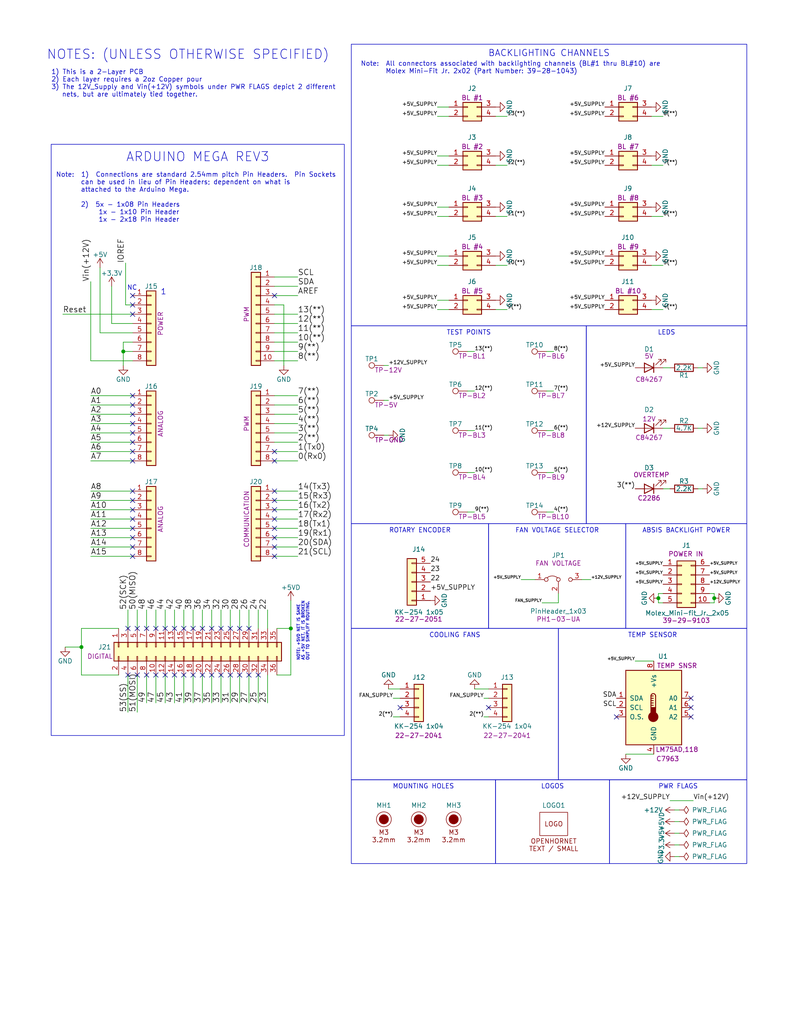
<source format=kicad_sch>
(kicad_sch (version 20230121) (generator eeschema)
  (paper "USLetter" portrait)
  (title_block (title "ABSIS Backlight Controller") (date "2023-05-14") (rev "7") (company "www.openhornet.com") (comment 1 "License:  CC BY-NC-SA") (comment 2 "1:  There are only 2 layers.") (comment 3 "2:  Each layer requires a 2oz copper pour."))
  (junction (at 79.375 171.45))
  (junction (at 194.945 163.195))
  (junction (at 22.225 176.53))
  (junction (at 179.705 163.195))
  (junction (at 33.655 95.885))
  (no_connect (at 47.625 171.45))
  (no_connect (at 50.165 171.45))
  (no_connect (at 45.085 184.15))
  (no_connect (at 74.93 133.985))
  (no_connect (at 57.785 184.15))
  (no_connect (at 74.93 136.525))
  (no_connect (at 36.195 133.985))
  (no_connect (at 47.625 184.15))
  (no_connect (at 60.325 171.45))
  (no_connect (at 188.595 190.5))
  (no_connect (at 65.405 184.15))
  (no_connect (at 55.245 171.45))
  (no_connect (at 74.93 151.765))
  (no_connect (at 62.865 171.45))
  (no_connect (at 188.595 195.58))
  (no_connect (at 36.195 125.73))
  (no_connect (at 50.165 184.15))
  (no_connect (at 168.275 195.58))
  (no_connect (at 36.195 113.03))
  (no_connect (at 37.465 184.15))
  (no_connect (at 45.085 171.45))
  (no_connect (at 36.195 107.95))
  (no_connect (at 74.93 125.73))
  (no_connect (at 36.195 110.49))
  (no_connect (at 36.195 144.145))
  (no_connect (at 109.22 193.04))
  (no_connect (at 188.595 193.04))
  (no_connect (at 40.005 171.45))
  (no_connect (at 36.195 120.65))
  (no_connect (at 36.195 115.57))
  (no_connect (at 62.865 184.15))
  (no_connect (at 65.405 171.45))
  (no_connect (at 74.93 141.605))
  (no_connect (at 34.925 184.15))
  (no_connect (at 36.195 85.725))
  (no_connect (at 60.325 184.15))
  (no_connect (at 36.195 83.185))
  (no_connect (at 36.195 139.065))
  (no_connect (at 57.785 171.45))
  (no_connect (at 36.195 118.11))
  (no_connect (at 70.485 184.15))
  (no_connect (at 74.93 146.685))
  (no_connect (at 67.945 184.15))
  (no_connect (at 42.545 171.45))
  (no_connect (at 36.195 146.685))
  (no_connect (at 36.195 149.225))
  (no_connect (at 74.93 123.19))
  (no_connect (at 37.465 171.45))
  (no_connect (at 52.705 184.15))
  (no_connect (at 55.245 184.15))
  (no_connect (at 36.195 151.765))
  (no_connect (at 74.93 149.225))
  (no_connect (at 74.93 144.145))
  (no_connect (at 34.925 171.45))
  (no_connect (at 74.93 139.065))
  (no_connect (at 36.195 80.645))
  (no_connect (at 36.195 123.19))
  (no_connect (at 74.93 80.645))
  (no_connect (at 40.005 184.15))
  (no_connect (at 42.545 184.15))
  (no_connect (at 133.35 193.04))
  (no_connect (at 52.705 171.45))
  (no_connect (at 36.195 136.525))
  (no_connect (at 36.195 141.605))
  (no_connect (at 67.945 171.45))
  (wire (pts (xy 151.13 117.475) (xy 149.225 117.475)))
  (wire (pts (xy 57.785 171.45) (xy 57.785 166.37)))
  (wire (pts (xy 24.765 125.73) (xy 36.195 125.73)))
  (wire (pts (xy 119.38 72.39) (xy 122.555 72.39)))
  (wire (pts (xy 22.225 176.53) (xy 22.225 184.15)))
  (wire (pts (xy 104.775 99.695) (xy 106.045 99.695)))
  (wire (pts (xy 55.245 171.45) (xy 55.245 166.37)))
  (wire (pts (xy 36.195 118.11) (xy 24.765 118.11)))
  (wire (pts (xy 152.4 164.465) (xy 147.955 164.465)))
  (wire (pts (xy 74.93 146.685) (xy 81.28 146.685)))
  (wire (pts (xy 81.28 123.19) (xy 74.93 123.19)))
  (wire (pts (xy 81.28 144.145) (xy 74.93 144.145)))
  (wire (pts (xy 106.045 109.22) (xy 104.775 109.22)))
  (wire (pts (xy 33.655 95.885) (xy 33.655 99.695)))
  (wire (pts (xy 34.29 83.185) (xy 34.29 71.755)))
  (wire (pts (xy 107.315 190.5) (xy 109.22 190.5)))
  (wire (pts (xy 24.765 110.49) (xy 36.195 110.49)))
  (wire (pts (xy 73.025 184.15) (xy 73.025 191.77)))
  (wire (pts (xy 34.925 184.15) (xy 34.925 194.31)))
  (wire (pts (xy 79.375 184.15) (xy 75.565 184.15)))
  (wire (pts (xy 119.38 31.75) (xy 122.555 31.75)))
  (wire (pts (xy 30.48 88.265) (xy 36.195 88.265)))
  (wire (pts (xy 70.485 171.45) (xy 70.485 166.37)))
  (wire (pts (xy 194.945 164.465) (xy 194.945 163.195)))
  (wire (pts (xy 42.545 171.45) (xy 42.545 166.37)))
  (wire (pts (xy 182.88 116.84) (xy 180.975 116.84)))
  (wire (pts (xy 47.625 171.45) (xy 47.625 166.37)))
  (wire (pts (xy 32.385 171.45) (xy 22.225 171.45)))
  (wire (pts (xy 194.945 164.465) (xy 193.675 164.465)))
  (wire (pts (xy 36.195 123.19) (xy 24.765 123.19)))
  (wire (pts (xy 17.78 176.53) (xy 22.225 176.53)))
  (wire (pts (xy 62.865 184.15) (xy 62.865 191.77)))
  (wire (pts (xy 52.705 171.45) (xy 52.705 166.37)))
  (wire (pts (xy 179.705 164.465) (xy 180.975 164.465)))
  (wire (pts (xy 40.005 184.15) (xy 40.005 191.77)))
  (wire (pts (xy 22.225 171.45) (xy 22.225 176.53)))
  (wire (pts (xy 74.93 141.605) (xy 81.28 141.605)))
  (wire (pts (xy 184.15 224.155) (xy 185.42 224.155)))
  (wire (pts (xy 79.375 163.83) (xy 79.375 171.45)))
  (wire (pts (xy 149.225 139.7) (xy 151.13 139.7)))
  (wire (pts (xy 119.38 42.545) (xy 122.555 42.545)))
  (wire (pts (xy 180.975 84.455) (xy 177.8 84.455)))
  (wire (pts (xy 74.93 85.725) (xy 81.28 85.725)))
  (wire (pts (xy 50.165 171.45) (xy 50.165 166.37)))
  (wire (pts (xy 138.43 72.39) (xy 135.255 72.39)))
  (wire (pts (xy 81.28 149.225) (xy 74.93 149.225)))
  (wire (pts (xy 151.13 95.885) (xy 149.225 95.885)))
  (wire (pts (xy 132.08 195.58) (xy 133.35 195.58)))
  (wire (pts (xy 37.465 171.45) (xy 37.465 166.37)))
  (wire (pts (xy 138.43 59.055) (xy 135.255 59.055)))
  (wire (pts (xy 81.28 133.985) (xy 74.93 133.985)))
  (wire (pts (xy 173.355 180.34) (xy 178.435 180.34)))
  (wire (pts (xy 74.93 110.49) (xy 81.28 110.49)))
  (wire (pts (xy 32.385 184.15) (xy 22.225 184.15)))
  (wire (pts (xy 74.93 136.525) (xy 81.28 136.525)))
  (wire (pts (xy 24.765 98.425) (xy 24.765 76.835)))
  (wire (pts (xy 74.93 80.645) (xy 81.28 80.645)))
  (wire (pts (xy 81.28 118.11) (xy 74.93 118.11)))
  (wire (pts (xy 45.085 184.15) (xy 45.085 191.77)))
  (wire (pts (xy 74.93 115.57) (xy 81.28 115.57)))
  (wire (pts (xy 180.975 72.39) (xy 177.8 72.39)))
  (wire (pts (xy 180.975 59.055) (xy 177.8 59.055)))
  (wire (pts (xy 138.43 45.085) (xy 135.255 45.085)))
  (wire (pts (xy 184.15 227.33) (xy 185.42 227.33)))
  (wire (pts (xy 119.38 29.21) (xy 122.555 29.21)))
  (wire (pts (xy 151.13 128.905) (xy 149.225 128.905)))
  (wire (pts (xy 24.765 120.65) (xy 36.195 120.65)))
  (wire (pts (xy 182.88 133.35) (xy 180.975 133.35)))
  (wire (pts (xy 34.925 171.45) (xy 34.925 166.37)))
  (wire (pts (xy 151.13 106.68) (xy 149.225 106.68)))
  (wire (pts (xy 36.195 144.145) (xy 24.765 144.145)))
  (wire (pts (xy 106.045 187.96) (xy 109.22 187.96)))
  (wire (pts (xy 62.865 171.45) (xy 62.865 166.37)))
  (wire (pts (xy 170.815 205.74) (xy 178.435 205.74)))
  (wire (pts (xy 74.93 98.425) (xy 81.28 98.425)))
  (wire (pts (xy 180.975 31.75) (xy 177.8 31.75)))
  (wire (pts (xy 119.38 84.455) (xy 122.555 84.455)))
  (wire (pts (xy 36.195 113.03) (xy 24.765 113.03)))
  (wire (pts (xy 17.145 85.725) (xy 36.195 85.725)))
  (wire (pts (xy 81.28 139.065) (xy 74.93 139.065)))
  (wire (pts (xy 65.405 171.45) (xy 65.405 166.37)))
  (wire (pts (xy 57.785 184.15) (xy 57.785 191.77)))
  (wire (pts (xy 104.775 118.745) (xy 106.045 118.745)))
  (wire (pts (xy 74.93 120.65) (xy 81.28 120.65)))
  (wire (pts (xy 24.765 141.605) (xy 36.195 141.605)))
  (wire (pts (xy 119.38 45.085) (xy 122.555 45.085)))
  (wire (pts (xy 81.28 95.885) (xy 74.93 95.885)))
  (wire (pts (xy 27.305 73.025) (xy 27.305 90.805)))
  (wire (pts (xy 36.195 133.985) (xy 24.765 133.985)))
  (wire (pts (xy 79.375 171.45) (xy 79.375 184.15)))
  (wire (pts (xy 36.195 93.345) (xy 33.655 93.345)))
  (wire (pts (xy 27.305 90.805) (xy 36.195 90.805)))
  (wire (pts (xy 74.93 125.73) (xy 81.28 125.73)))
  (wire (pts (xy 24.765 151.765) (xy 36.195 151.765)))
  (wire (pts (xy 74.93 93.345) (xy 81.28 93.345)))
  (wire (pts (xy 152.4 164.465) (xy 152.4 161.925)))
  (wire (pts (xy 129.54 106.68) (xy 127.635 106.68)))
  (wire (pts (xy 191.77 133.35) (xy 190.5 133.35)))
  (wire (pts (xy 36.195 139.065) (xy 24.765 139.065)))
  (wire (pts (xy 180.975 161.925) (xy 179.705 161.925)))
  (wire (pts (xy 36.195 95.885) (xy 33.655 95.885)))
  (wire (pts (xy 79.375 171.45) (xy 75.565 171.45)))
  (wire (pts (xy 182.88 218.44) (xy 189.23 218.44)))
  (wire (pts (xy 37.465 184.15) (xy 37.465 194.31)))
  (wire (pts (xy 74.93 75.565) (xy 81.28 75.565)))
  (wire (pts (xy 81.28 88.265) (xy 74.93 88.265)))
  (wire (pts (xy 77.47 83.185) (xy 74.93 83.185)))
  (wire (pts (xy 70.485 184.15) (xy 70.485 191.77)))
  (wire (pts (xy 73.025 171.45) (xy 73.025 166.37)))
  (wire (pts (xy 179.705 161.925) (xy 179.705 163.195)))
  (wire (pts (xy 24.765 115.57) (xy 36.195 115.57)))
  (wire (pts (xy 81.28 113.03) (xy 74.93 113.03)))
  (wire (pts (xy 107.315 195.58) (xy 109.22 195.58)))
  (wire (pts (xy 129.54 187.96) (xy 133.35 187.96)))
  (wire (pts (xy 191.77 100.33) (xy 190.5 100.33)))
  (wire (pts (xy 119.38 59.055) (xy 122.555 59.055)))
  (wire (pts (xy 33.655 93.345) (xy 33.655 95.885)))
  (wire (pts (xy 184.15 220.98) (xy 185.42 220.98)))
  (wire (pts (xy 129.54 117.475) (xy 127.635 117.475)))
  (wire (pts (xy 60.325 184.15) (xy 60.325 191.77)))
  (wire (pts (xy 40.005 171.45) (xy 40.005 166.37)))
  (wire (pts (xy 194.945 163.195) (xy 194.945 161.925)))
  (wire (pts (xy 81.28 107.95) (xy 74.93 107.95)))
  (wire (pts (xy 146.05 158.115) (xy 142.24 158.115)))
  (wire (pts (xy 60.325 171.45) (xy 60.325 166.37)))
  (wire (pts (xy 180.975 45.085) (xy 177.8 45.085)))
  (wire (pts (xy 36.195 149.225) (xy 24.765 149.225)))
  (wire (pts (xy 65.405 184.15) (xy 65.405 191.77)))
  (wire (pts (xy 74.93 151.765) (xy 81.28 151.765)))
  (wire (pts (xy 24.765 146.685) (xy 36.195 146.685)))
  (wire (pts (xy 52.705 184.15) (xy 52.705 191.77)))
  (wire (pts (xy 182.88 100.33) (xy 180.975 100.33)))
  (wire (pts (xy 138.43 31.75) (xy 135.255 31.75)))
  (wire (pts (xy 77.47 99.695) (xy 77.47 83.185)))
  (wire (pts (xy 119.38 81.915) (xy 122.555 81.915)))
  (wire (pts (xy 132.08 190.5) (xy 133.35 190.5)))
  (wire (pts (xy 129.54 139.7) (xy 127.635 139.7)))
  (wire (pts (xy 47.625 184.15) (xy 47.625 191.77)))
  (wire (pts (xy 67.945 171.45) (xy 67.945 166.37)))
  (wire (pts (xy 161.29 158.115) (xy 158.75 158.115)))
  (wire (pts (xy 36.195 83.185) (xy 34.29 83.185)))
  (wire (pts (xy 36.195 98.425) (xy 24.765 98.425)))
  (wire (pts (xy 119.38 56.515) (xy 122.555 56.515)))
  (wire (pts (xy 194.945 161.925) (xy 193.675 161.925)))
  (wire (pts (xy 179.705 163.195) (xy 179.705 164.465)))
  (wire (pts (xy 55.245 184.15) (xy 55.245 191.77)))
  (wire (pts (xy 67.945 184.15) (xy 67.945 191.77)))
  (wire (pts (xy 30.48 88.265) (xy 30.48 78.105)))
  (wire (pts (xy 42.545 184.15) (xy 42.545 191.77)))
  (wire (pts (xy 191.77 116.84) (xy 190.5 116.84)))
  (wire (pts (xy 50.165 184.15) (xy 50.165 191.77)))
  (wire (pts (xy 129.54 128.905) (xy 127.635 128.905)))
  (wire (pts (xy 119.38 69.85) (xy 122.555 69.85)))
  (wire (pts (xy 184.15 233.68) (xy 185.42 233.68)))
  (wire (pts (xy 36.195 107.95) (xy 24.765 107.95)))
  (wire (pts (xy 129.54 95.885) (xy 127.635 95.885)))
  (wire (pts (xy 138.43 84.455) (xy 135.255 84.455)))
  (wire (pts (xy 24.765 136.525) (xy 36.195 136.525)))
  (wire (pts (xy 74.93 90.805) (xy 81.28 90.805)))
  (wire (pts (xy 184.15 230.505) (xy 185.42 230.505)))
  (wire (pts (xy 45.085 171.45) (xy 45.085 166.37)))
  (wire (pts (xy 81.28 78.105) (xy 74.93 78.105)))
  (text_box "LEDS" (at 160.02 88.9 0) (size 43.815 53.975) (effects (font (size 1.27 1.27)) (justify top)))
  (text_box "BACKLIGHTING CHANNELS" (at 95.885 12.065 0) (size 107.95 76.835) (effects (font (size 1.75 1.75)) (justify top)))
  (text_box "ABSIS BACKLIGHT POWER" (at 170.815 142.875 0) (size 33.02 28.575) (effects (font (size 1.27 1.27)) (justify top)))
  (text_box "ROTARY ENCODER" (at 95.885 142.875 0) (size 37.465 28.575) (effects (font (size 1.27 1.27)) (justify top)))
  (text_box "ARDUINO MEGA REV3" (at 13.97 39.37 0) (size 80.01 161.29) (effects (font (size 2.5 2.5)) (justify top)))
  (text_box "TEMP SENSOR" (at 152.4 171.45 0) (size 51.435 41.275) (effects (font (size 1.27 1.27)) (justify top)))
  (text_box "PWR FLAGS" (at 166.37 212.725 0) (size 37.465 22.86) (effects (font (size 1.27 1.27)) (justify top)))
  (text_box "COOLING FANS" (at 95.885 171.45 0) (size 56.515 41.275) (effects (font (size 1.27 1.27)) (justify top)))
  (text_box "LOGOS" (at 135.255 212.725 0) (size 31.115 22.86) (effects (font (size 1.27 1.27)) (justify top)))
  (text_box "FAN VOLTAGE SELECTOR" (at 133.35 142.875 0) (size 37.465 28.575) (effects (font (size 1.27 1.27)) (justify top)))
  (text_box "MOUNTING HOLES" (at 95.885 212.725 0) (size 39.37 22.86) (effects (font (size 1.27 1.27)) (justify top)))
  (text_box "TEST POINTS" (at 95.885 88.9 0) (size 64.135 53.975) (effects (font (size 1.27 1.27)) (justify top)))
  (text "1) This is a 2-Layer PCB\n2) Each layer requires a 2oz Copper pour\n3) The 12V_Supply and Vin(+12V) symbols under PWR FLAGS depict 2 different\n   nets, but are ultimately tied together.  " (at 13.97 26.67 0) (effects (font (size 1.27 1.27)) (justify left bottom)))
  (text "Note:  All connectors associated with backlighting channels (BL#1 thru BL#10) are \n       Molex Mini-Fit Jr. 2x02 (Part Number: 39-28-1043)" (at 98.425 20.32 0) (effects (font (size 1.27 1.27)) (justify left bottom)))
  (text "1" (at 43.815 80.645 0) (effects (font (size 1.524 1.524)) (justify left bottom)))
  (text "NOTE: +5VD NET IS SAME \nAS +5V NET. IT IS BROKEN \nOUT TO SIMPLIFY ROUTING." (at 84.455 180.34 90) (effects (font (size 0.7874 0.7874)) (justify left bottom)))
  (text "NC" (at 37.465 79.375 0) (effects (font (size 1.27 1.27)) (justify right bottom)))
  (text "Note:  1)  Connections are standard 2.54mm pitch Pin Headers.  Pin Sockets\n       can be used in lieu of Pin Headers; dependent on what is\n       attached to the Arduino Mega.\n\n       2)  5x - 1x08 Pin Headers\n            1x - 1x10 Pin Header\n            1x - 2x18 Pin Header\n     " (at 15.24 62.865 0) (effects (font (size 1.27 1.27)) (justify left bottom)))
  (text "NOTES: (UNLESS OTHERWISE SPECIFIED)" (at 12.7 16.51 0) (effects (font (size 2.54 2.54)) (justify left bottom)))
  (label "45" (at 45.085 191.77 90) (effects (font (size 1.524 1.524))))
  (label "A12" (at 24.765 144.145 0) (effects (font (size 1.524 1.524))))
  (label "27" (at 67.945 191.77 90) (effects (font (size 1.524 1.524))))
  (label "+5V_SUPPLY" (at 165.1 29.21 180) (effects (font (size 1 1))))
  (label "FAN_SUPPLY" (at 132.08 190.5 180) (effects (font (size 1 1))))
  (label "A2" (at 24.765 113.03 0) (effects (font (size 1.524 1.524))))
  (label "15(Rx3)" (at 81.28 136.525 0) (effects (font (size 1.524 1.524))))
  (label "3(**)" (at 81.28 118.11 0) (effects (font (size 1.524 1.524))))
  (label "9(**)" (at 81.28 95.885 0) (effects (font (size 1.524 1.524))))
  (label "7(**)" (at 180.975 45.085 0) (effects (font (size 1 1))))
  (label "48" (at 40.005 166.37 90) (effects (font (size 1.524 1.524))))
  (label "46" (at 42.545 166.37 90) (effects (font (size 1.524 1.524))))
  (label "35" (at 57.785 191.77 90) (effects (font (size 1.524 1.524))))
  (label "23" (at 117.475 156.21 0))
  (label "+5V_SUPPLY" (at 165.1 56.515 180) (effects (font (size 1 1))))
  (label "A0" (at 24.765 107.95 0) (effects (font (size 1.524 1.524))))
  (label "+5V_SUPPLY" (at 165.1 42.545 180) (effects (font (size 1 1))))
  (label "6(**)" (at 151.13 117.475 0) (effects (font (size 1 1))))
  (label "3(**)" (at 173.355 133.35 180))
  (label "14(Tx3)" (at 81.28 133.985 0) (effects (font (size 1.524 1.524))))
  (label "10(**)" (at 81.28 93.345 0) (effects (font (size 1.524 1.524))))
  (label "13(**)" (at 138.43 31.75 0) (effects (font (size 1 1))))
  (label "29" (at 65.405 191.77 90) (effects (font (size 1.524 1.524))))
  (label "+5V_SUPPLY" (at 180.975 159.385 180) (effects (font (size 0.7874 0.7874))))
  (label "7(**)" (at 81.28 107.95 0) (effects (font (size 1.524 1.524))))
  (label "12(**)" (at 81.28 88.265 0) (effects (font (size 1.524 1.524))))
  (label "Vin(+12V)" (at 24.765 76.835 90) (effects (font (size 1.524 1.524))))
  (label "A7" (at 24.765 125.73 0) (effects (font (size 1.524 1.524))))
  (label "49" (at 40.005 191.77 90) (effects (font (size 1.524 1.524))))
  (label "FAN_SUPPLY" (at 147.955 164.465 180) (effects (font (size 0.7874 0.7874))))
  (label "18(Tx1)" (at 81.28 144.145 0) (effects (font (size 1.524 1.524))))
  (label "+5V_SUPPLY" (at 119.38 29.21 180) (effects (font (size 1 1))))
  (label "Vin(+12V)" (at 189.23 218.44 0))
  (label "+5V_SUPPLY" (at 165.1 81.915 180) (effects (font (size 1 1))))
  (label "+5V_SUPPLY" (at 119.38 84.455 180) (effects (font (size 1 1))))
  (label "+5V_SUPPLY" (at 119.38 42.545 180) (effects (font (size 1 1))))
  (label "AREF" (at 81.28 80.645 0) (effects (font (size 1.524 1.524))))
  (label "+5V_SUPPLY" (at 142.24 158.115 180) (effects (font (size 0.7874 0.7874))))
  (label "+5V_SUPPLY" (at 119.38 59.055 180) (effects (font (size 1 1))))
  (label "+5V_SUPPLY" (at 119.38 31.75 180) (effects (font (size 1 1))))
  (label "11(**)" (at 81.28 90.805 0) (effects (font (size 1.524 1.524))))
  (label "SDA" (at 81.28 78.105 0) (effects (font (size 1.524 1.524))))
  (label "11(**)" (at 129.54 117.475 0) (effects (font (size 1 1))))
  (label "21(SCL)" (at 81.28 151.765 0) (effects (font (size 1.524 1.524))))
  (label "A10" (at 24.765 139.065 0) (effects (font (size 1.524 1.524))))
  (label "8(**)" (at 81.28 98.425 0) (effects (font (size 1.524 1.524))))
  (label "SCL" (at 168.275 193.04 180))
  (label "8(**)" (at 180.975 31.75 0) (effects (font (size 1 1))))
  (label "+5V_SUPPLY" (at 193.675 156.845 0) (effects (font (size 0.7874 0.7874))))
  (label "52(SCK)" (at 34.925 166.37 90) (effects (font (size 1.524 1.524))))
  (label "+5V_SUPPLY" (at 193.675 154.305 0) (effects (font (size 0.7874 0.7874))))
  (label "22" (at 73.025 166.37 90) (effects (font (size 1.524 1.524))))
  (label "13(**)" (at 129.54 95.885 0) (effects (font (size 1 1))))
  (label "A11" (at 24.765 141.605 0) (effects (font (size 1.524 1.524))))
  (label "30" (at 62.865 166.37 90) (effects (font (size 1.524 1.524))))
  (label "6(**)" (at 81.28 110.49 0) (effects (font (size 1.524 1.524))))
  (label "5(**)" (at 151.13 128.905 0) (effects (font (size 1 1))))
  (label "24" (at 117.475 153.67 0))
  (label "4(**)" (at 81.28 115.57 0) (effects (font (size 1.524 1.524))))
  (label "16(Tx2)" (at 81.28 139.065 0) (effects (font (size 1.524 1.524))))
  (label "12(**)" (at 138.43 45.085 0) (effects (font (size 1 1))))
  (label "25" (at 70.485 191.77 90) (effects (font (size 1.524 1.524))))
  (label "+12V_SUPPLY" (at 182.88 218.44 180))
  (label "+5V_SUPPLY" (at 117.475 161.29 0))
  (label "2(**)" (at 107.315 195.58 180) (effects (font (size 1 1))))
  (label "13(**)" (at 81.28 85.725 0) (effects (font (size 1.524 1.524))))
  (label "A6" (at 24.765 123.19 0) (effects (font (size 1.524 1.524))))
  (label "SCL" (at 81.28 75.565 0) (effects (font (size 1.524 1.524))))
  (label "12(**)" (at 129.54 106.68 0) (effects (font (size 1 1))))
  (label "51(MOSI)" (at 37.465 194.31 90) (effects (font (size 1.524 1.524))))
  (label "+12V_SUPPLY" (at 193.675 159.385 0) (effects (font (size 0.7874 0.7874))))
  (label "33" (at 60.325 191.77 90) (effects (font (size 1.524 1.524))))
  (label "53(SS)" (at 34.925 194.31 90) (effects (font (size 1.524 1.524))))
  (label "+5V_SUPPLY" (at 119.38 56.515 180) (effects (font (size 1 1))))
  (label "38" (at 52.705 166.37 90) (effects (font (size 1.524 1.524))))
  (label "7(**)" (at 151.13 106.68 0) (effects (font (size 1 1))))
  (label "+5V_SUPPLY" (at 119.38 45.085 180) (effects (font (size 1 1))))
  (label "+5V_SUPPLY" (at 165.1 45.085 180) (effects (font (size 1 1))))
  (label "37" (at 55.245 191.77 90) (effects (font (size 1.524 1.524))))
  (label "26" (at 67.945 166.37 90) (effects (font (size 1.524 1.524))))
  (label "23" (at 73.025 191.77 90) (effects (font (size 1.524 1.524))))
  (label "4(**)" (at 151.13 139.7 0) (effects (font (size 1 1))))
  (label "32" (at 60.325 166.37 90) (effects (font (size 1.524 1.524))))
  (label "+5V_SUPPLY" (at 165.1 69.85 180) (effects (font (size 1 1))))
  (label "A9" (at 24.765 136.525 0) (effects (font (size 1.524 1.524))))
  (label "+12V_SUPPLY" (at 106.045 99.695 0) (effects (font (size 1 1))))
  (label "47" (at 42.545 191.77 90) (effects (font (size 1.524 1.524))))
  (label "+12V_SUPPLY" (at 161.29 158.115 0) (effects (font (size 0.7874 0.7874))))
  (label "2(**)" (at 132.08 195.58 180) (effects (font (size 1 1))))
  (label "17(Rx2)" (at 81.28 141.605 0) (effects (font (size 1.524 1.524))))
  (label "+5V_SUPPLY" (at 165.1 72.39 180) (effects (font (size 1 1))))
  (label "19(Rx1)" (at 81.28 146.685 0) (effects (font (size 1.524 1.524))))
  (label "22" (at 117.475 158.75 0))
  (label "44" (at 45.085 166.37 90) (effects (font (size 1.524 1.524))))
  (label "+5V_SUPPLY" (at 165.1 84.455 180) (effects (font (size 1 1))))
  (label "11(**)" (at 138.43 59.055 0) (effects (font (size 1 1))))
  (label "31" (at 62.865 191.77 90) (effects (font (size 1.524 1.524))))
  (label "+5V_SUPPLY" (at 173.355 100.33 180) (effects (font (size 1 1))))
  (label "+5V_SUPPLY" (at 173.355 180.34 180) (effects (font (size 0.7874 0.7874))))
  (label "+5V_SUPPLY" (at 119.38 81.915 180) (effects (font (size 1 1))))
  (label "0(Rx0)" (at 81.28 125.73 0) (effects (font (size 1.524 1.524))))
  (label "28" (at 65.405 166.37 90) (effects (font (size 1.524 1.524))))
  (label "A15" (at 24.765 151.765 0) (effects (font (size 1.524 1.524))))
  (label "5(**)" (at 180.975 72.39 0) (effects (font (size 1 1))))
  (label "SDA" (at 168.275 190.5 180))
  (label "34" (at 57.785 166.37 90) (effects (font (size 1.524 1.524))))
  (label "+5V_SUPPLY" (at 119.38 69.85 180) (effects (font (size 1 1))))
  (label "+5V_SUPPLY" (at 106.045 109.22 0) (effects (font (size 1 1))))
  (label "10(**)" (at 138.43 72.39 0) (effects (font (size 1 1))))
  (label "39" (at 52.705 191.77 90) (effects (font (size 1.524 1.524))))
  (label "IOREF" (at 34.29 71.755 90) (effects (font (size 1.524 1.524))))
  (label "2(**)" (at 81.28 120.65 0) (effects (font (size 1.524 1.524))))
  (label "+5V_SUPPLY" (at 165.1 31.75 180) (effects (font (size 1 1))))
  (label "1(Tx0)" (at 81.28 123.19 0) (effects (font (size 1.524 1.524))))
  (label "42" (at 47.625 166.37 90) (effects (font (size 1.524 1.524))))
  (label "+5V_SUPPLY" (at 119.38 72.39 180) (effects (font (size 1 1))))
  (label "Reset" (at 17.145 85.725 0) (effects (font (size 1.524 1.524))))
  (label "50(MISO)" (at 37.465 166.37 90) (effects (font (size 1.524 1.524))))
  (label "+5V_SUPPLY" (at 180.975 154.305 180) (effects (font (size 0.7874 0.7874))))
  (label "20(SDA)" (at 81.28 149.225 0) (effects (font (size 1.524 1.524))))
  (label "43" (at 47.625 191.77 90) (effects (font (size 1.524 1.524))))
  (label "+12V_SUPPLY" (at 173.355 116.84 180) (effects (font (size 1 1))))
  (label "A4" (at 24.765 118.11 0) (effects (font (size 1.524 1.524))))
  (label "10(**)" (at 129.54 128.905 0) (effects (font (size 1 1))))
  (label "A5" (at 24.765 120.65 0) (effects (font (size 1.524 1.524))))
  (label "FAN_SUPPLY" (at 107.315 190.5 180) (effects (font (size 1 1))))
  (label "+5V_SUPPLY" (at 180.975 156.845 180) (effects (font (size 0.7874 0.7874))))
  (label "5(**)" (at 81.28 113.03 0) (effects (font (size 1.524 1.524))))
  (label "40" (at 50.165 166.37 90) (effects (font (size 1.524 1.524))))
  (label "6(**)" (at 180.975 59.055 0) (effects (font (size 1 1))))
  (label "+5V_SUPPLY" (at 165.1 59.055 180) (effects (font (size 1 1))))
  (label "A8" (at 24.765 133.985 0) (effects (font (size 1.524 1.524))))
  (label "9(**)" (at 138.43 84.455 0) (effects (font (size 1 1))))
  (label "4(**)" (at 180.975 84.455 0) (effects (font (size 1 1))))
  (label "41" (at 50.165 191.77 90) (effects (font (size 1.524 1.524))))
  (label "A14" (at 24.765 149.225 0) (effects (font (size 1.524 1.524))))
  (label "24" (at 70.485 166.37 90) (effects (font (size 1.524 1.524))))
  (label "A1" (at 24.765 110.49 0) (effects (font (size 1.524 1.524))))
  (label "A13" (at 24.765 146.685 0) (effects (font (size 1.524 1.524))))
  (label "9(**)" (at 129.54 139.7 0) (effects (font (size 1 1))))
  (label "36" (at 55.245 166.37 90) (effects (font (size 1.524 1.524))))
  (label "8(**)" (at 151.13 95.885 0) (effects (font (size 1 1))))
  (label "A3" (at 24.765 115.57 0) (effects (font (size 1.524 1.524))))
  (symbol (lib_id "power:GND") (at 33.655 99.695 0) (unit 1)
    (property "Reference" "#PWR03" (effects hide))
    (property "Value" "GND" (at 33.655 103.505 0))
  )
  (symbol (lib_id "power:GND") (at 77.47 99.695 0) (unit 1)
    (property "Reference" "#PWR04" (effects hide))
    (property "Value" "GND" (at 77.47 103.505 0))
  )
  (symbol (lib_id "OH_Symbols:PinHeader_1x08") (at 41.275 115.57 0) (unit 1)
    (property "Reference" "J16" (at 41.275 105.41 0))
    (property "Value" "PinHeader_1x08" (effects hide))
    (property "Footprint" "OH_Footprints:PinHeader_1x08_P2.54mm_Vertical" (effects hide))
    (property "Datasheet" "https://app.adam-tech.com/products/download/data_sheet/202065/ph2-xx-ua-data-sheet.pdf" (effects hide))
    (property "Manufacturer PN" "PH1-08-UA" (effects hide))
    (property "Silkscreen" "ANALOG" (at 43.815 115.57 90))
  )
  (symbol (lib_id "OH_Symbols:PinHeader_1x08") (at 69.85 115.57 0) (mirror y) (unit 1)
    (property "Reference" "J19" (at 69.85 105.41 0))
    (property "Value" "PinHeader_1x08" (effects hide))
    (property "Footprint" "OH_Footprints:PinHeader_1x08_P2.54mm_Vertical" (effects hide))
    (property "Datasheet" "https://app.adam-tech.com/products/download/data_sheet/202065/ph2-xx-ua-data-sheet.pdf" (effects hide))
    (property "Manufacturer PN" "PH1-08-UA" (effects hide))
    (property "Silkscreen" "PWM" (at 67.31 115.57 90))
  )
  (symbol (lib_id "OH_Symbols:PinHeader_1x08") (at 41.275 141.605 0) (unit 1)
    (property "Reference" "J17" (at 41.275 131.445 0))
    (property "Value" "PinHeader_1x08" (effects hide))
    (property "Footprint" "OH_Footprints:PinHeader_1x08_P2.54mm_Vertical" (effects hide))
    (property "Datasheet" "https://app.adam-tech.com/products/download/data_sheet/202065/ph2-xx-ua-data-sheet.pdf" (effects hide))
    (property "Manufacturer PN" "PH1-08-UA" (effects hide))
    (property "Silkscreen" "ANALOG" (at 43.815 141.605 90))
  )
  (symbol (lib_id "power:GND") (at 17.78 176.53 0) (unit 1)
    (property "Reference" "#PWR05" (effects hide))
    (property "Value" "GND" (at 17.78 180.34 0))
  )
  (symbol (lib_id "OH_Symbols:MountingHole_M3_3.2mm") (at 114.3 223.52 0) (unit 1) (in_bom no)
    (property "Reference" "MH2" (at 114.3 219.71 0))
    (property "Value" "M3 / 3.2mm" (effects hide))
    (property "Footprint" "OH_Footprints:MountingHole_3.2mm_M3_DIN965" (effects hide))
    (property "Sim.Enable" "0" (effects hide))
  )
  (symbol (lib_id "OH_Symbols:MountingHole_M3_3.2mm") (at 104.775 223.52 0) (unit 1) (in_bom no)
    (property "Reference" "MH1" (at 104.775 219.71 0))
    (property "Value" "M3 / 3.2mm" (effects hide))
    (property "Footprint" "OH_Footprints:MountingHole_3.2mm_M3_DIN965" (effects hide))
    (property "Sim.Enable" "0" (effects hide))
  )
  (symbol (lib_id "OH_Symbols:MountingHole_M3_3.2mm") (at 123.825 223.52 0) (unit 1) (in_bom no)
    (property "Reference" "MH3" (at 123.825 219.71 0))
    (property "Value" "M3 / 3.2mm" (effects hide))
    (property "Footprint" "OH_Footprints:MountingHole_3.2mm_M3_DIN965" (effects hide))
    (property "Sim.Enable" "0" (effects hide))
  )
  (symbol (lib_id "power:+5VD") (at 79.375 163.83 0) (unit 1)
    (property "Reference" "#PWR09" (effects hide))
    (property "Value" "+5VD" (at 79.375 160.274 0))
  )
  (symbol (lib_id "OH_Symbols:TestPoint") (at 104.775 109.22 0) (unit 1) (in_bom no)
    (property "Reference" "TP2" (at 101.473 107.442 0))
    (property "Value" "TestPoint" (effects hide))
    (property "Footprint" "OH_Footprints:TestPoint_THTPad_D1.5mm_Drill0.7mm" (effects hide))
    (property "Silkscreen" "TP-5V" (effects hide))
    (property "Notes" "TP-5V" (at 102.235 110.49 0) (effects (justify left)))
  )
  (symbol (lib_id "OH_Symbols:TestPoint") (at 104.775 99.695 0) (unit 1) (in_bom no)
    (property "Reference" "TP1" (at 101.473 97.917 0))
    (property "Value" "TestPoint" (effects hide))
    (property "Footprint" "OH_Footprints:TestPoint_THTPad_D1.5mm_Drill0.7mm" (effects hide))
    (property "Silkscreen" "TP-12V" (effects hide))
    (property "Notes" "TP-12V" (at 102.235 100.965 0) (effects (justify left)))
  )
  (symbol (lib_id "OH_Symbols:PinHeader_1x08") (at 41.275 88.265 0) (unit 1)
    (property "Reference" "J15" (at 41.275 78.105 0))
    (property "Value" "PinHeader_1x08" (effects hide))
    (property "Footprint" "OH_Footprints:PinHeader_1x08_P2.54mm_Vertical" (effects hide))
    (property "Datasheet" "https://app.adam-tech.com/products/download/data_sheet/202065/ph2-xx-ua-data-sheet.pdf" (effects hide))
    (property "Manufacturer PN" "PH1-08-UA" (effects hide))
    (property "Silkscreen" "POWER" (at 43.815 88.265 90))
  )
  (symbol (lib_id "power:+3.3V") (at 30.48 78.105 0) (unit 1)
    (property "Reference" "#PWR01" (effects hide))
    (property "Value" "+3.3V" (at 30.48 74.549 0))
  )
  (symbol (lib_id "power:+5V") (at 27.305 73.025 0) (unit 1)
    (property "Reference" "#PWR02" (effects hide))
    (property "Value" "+5V" (at 27.305 69.469 0))
  )
  (symbol (lib_id "OH_Symbols:PinHeader_1x10") (at 69.85 85.725 0) (mirror y) (unit 1)
    (property "Reference" "J18" (at 69.85 73.025 0))
    (property "Value" "PinHeader_1x10" (effects hide))
    (property "Footprint" "OH_Footprints:PinHeader_1x10_P2.54mm_Vertical" (effects hide))
    (property "Datasheet" "https://app.adam-tech.com/products/download/data_sheet/201605/ph1-xx-ua-data-sheet.pdf" (effects hide))
    (property "Manufacturer PN" "PH1-10-UA" (effects hide))
    (property "Silkscreen" "PWM" (at 67.31 85.725 90))
  )
  (symbol (lib_id "OH_Symbols:PinHeader_1x08") (at 69.85 141.605 0) (mirror y) (unit 1)
    (property "Reference" "J20" (at 69.85 131.445 0))
    (property "Value" "PinHeader_1x08" (effects hide))
    (property "Footprint" "OH_Footprints:PinHeader_1x08_P2.54mm_Vertical" (effects hide))
    (property "Datasheet" "https://app.adam-tech.com/products/download/data_sheet/202065/ph2-xx-ua-data-sheet.pdf" (effects hide))
    (property "Manufacturer PN" "PH1-08-UA" (effects hide))
    (property "Silkscreen" "COMMUNICATION" (at 67.31 141.605 90))
  )
  (symbol (lib_id "OH_Symbols:PinHeader_2x18") (at 52.705 176.53 90) (mirror x) (unit 1)
    (property "Reference" "J21" (at 28.575 176.53 90))
    (property "Value" "PinHeader_2x18" (effects hide))
    (property "Footprint" "OH_Footprints:PinHeader_2x18_P2.54mm_Vertical" (effects hide))
    (property "Datasheet" "https://app.adam-tech.com/products/download/data_sheet/202065/ph2-xx-ua-data-sheet.pdf" (effects hide))
    (property "Manufacturer PN" "PH2-18-UA" (effects hide))
    (property "Silkscreen" "DIGITAL" (at 27.305 179.07 90))
  )
  (symbol (lib_id "OH_Symbols:TestPoint") (at 104.775 118.745 0) (unit 1) (in_bom no)
    (property "Reference" "TP4" (at 101.473 116.967 0))
    (property "Value" "TestPoint" (effects hide))
    (property "Footprint" "OH_Footprints:TestPoint_THTPad_D1.5mm_Drill0.7mm" (effects hide))
    (property "Silkscreen" "TP-GND" (effects hide))
    (property "Notes" "TP-GND" (at 102.235 120.015 0) (effects (justify left)))
  )
  (symbol (lib_id "power:GND") (at 106.045 118.745 90) (unit 1)
    (property "Reference" "#PWR0105" (effects hide))
    (property "Value" "GND" (at 109.855 118.745 0))
  )
  (symbol (lib_id "OH_Symbols:Molex_Mini-Fit_Jr._2x02") (at 127.635 29.21 0) (unit 1)
    (property "Reference" "J2" (at 127.635 24.13 0) (effects (justify left)))
    (property "Value" "Mini-Fit Jr. 2x02" (effects hide))
    (property "Footprint" "OH_Footprints:Molex_Mini-Fit_Jr_5566-04A_2x02_P4.20mm_Vertical" (effects hide))
    (property "Datasheet" "https://www.molex.com/molex/search/partSearch?query=39281043&pQuery=" (effects hide))
    (property "LCSC" "C293502" (effects hide))
    (property "Manufacturer PN" "39-28-1043" (effects hide))
    (property "Silkscreen" "BL #1" (at 128.905 26.67 0))
  )
  (symbol (lib_id "power:GND") (at 135.255 29.21 90) (unit 1)
    (property "Reference" "#PWR06" (effects hide))
    (property "Value" "GND" (at 139.065 29.21 0))
  )
  (symbol (lib_id "OH_Symbols:Molex_Mini-Fit_Jr._2x02") (at 127.635 42.545 0) (unit 1)
    (property "Reference" "J3" (at 127.635 37.465 0) (effects (justify left)))
    (property "Value" "Mini-Fit Jr. 2x02" (effects hide))
    (property "Footprint" "OH_Footprints:Molex_Mini-Fit_Jr_5566-04A_2x02_P4.20mm_Vertical" (effects hide))
    (property "Datasheet" "https://www.molex.com/molex/search/partSearch?query=39281043&pQuery=" (effects hide))
    (property "LCSC" "C293502" (effects hide))
    (property "Manufacturer PN" "39-28-1043" (effects hide))
    (property "Silkscreen" "BL #2" (at 128.905 40.005 0))
  )
  (symbol (lib_id "power:GND") (at 135.255 42.545 90) (unit 1)
    (property "Reference" "#PWR010" (effects hide))
    (property "Value" "GND" (at 139.065 42.545 0))
  )
  (symbol (lib_id "OH_Symbols:Molex_Mini-Fit_Jr._2x02") (at 127.635 56.515 0) (unit 1)
    (property "Reference" "J4" (at 127.635 51.435 0) (effects (justify left)))
    (property "Value" "Mini-Fit Jr. 2x02" (effects hide))
    (property "Footprint" "OH_Footprints:Molex_Mini-Fit_Jr_5566-04A_2x02_P4.20mm_Vertical" (effects hide))
    (property "Datasheet" "https://www.molex.com/molex/search/partSearch?query=39281043&pQuery=" (effects hide))
    (property "LCSC" "C293502" (effects hide))
    (property "Manufacturer PN" "39-28-1043" (effects hide))
    (property "Silkscreen" "BL #3" (at 128.905 53.975 0))
  )
  (symbol (lib_id "power:GND") (at 135.255 56.515 90) (unit 1)
    (property "Reference" "#PWR013" (effects hide))
    (property "Value" "GND" (at 139.065 56.515 0))
  )
  (symbol (lib_id "OH_Symbols:Molex_Mini-Fit_Jr._2x02") (at 127.635 69.85 0) (unit 1)
    (property "Reference" "J5" (at 127.635 64.77 0) (effects (justify left)))
    (property "Value" "Mini-Fit Jr. 2x02" (effects hide))
    (property "Footprint" "OH_Footprints:Molex_Mini-Fit_Jr_5566-04A_2x02_P4.20mm_Vertical" (effects hide))
    (property "Datasheet" "https://www.molex.com/molex/search/partSearch?query=39281043&pQuery=" (effects hide))
    (property "LCSC" "C293502" (effects hide))
    (property "Manufacturer PN" "39-28-1043" (effects hide))
    (property "Silkscreen" "BL #4" (at 128.905 67.31 0))
  )
  (symbol (lib_id "power:GND") (at 135.255 69.85 90) (unit 1)
    (property "Reference" "#PWR016" (effects hide))
    (property "Value" "GND" (at 139.065 69.85 0))
  )
  (symbol (lib_id "OH_Symbols:Molex_Mini-Fit_Jr._2x02") (at 127.635 81.915 0) (unit 1)
    (property "Reference" "J6" (at 127.635 76.835 0) (effects (justify left)))
    (property "Value" "Mini-Fit Jr. 2x02" (effects hide))
    (property "Footprint" "OH_Footprints:Molex_Mini-Fit_Jr_5566-04A_2x02_P4.20mm_Vertical" (effects hide))
    (property "Datasheet" "https://www.molex.com/molex/search/partSearch?query=39281043&pQuery=" (effects hide))
    (property "LCSC" "C293502" (effects hide))
    (property "Manufacturer PN" "39-28-1043" (effects hide))
    (property "Silkscreen" "BL #5" (at 128.905 79.375 0))
  )
  (symbol (lib_id "power:GND") (at 135.255 81.915 90) (unit 1)
    (property "Reference" "#PWR07" (effects hide))
    (property "Value" "GND" (at 139.065 81.915 0))
  )
  (symbol (lib_id "OH_Symbols:Molex_Mini-Fit_Jr._2x02") (at 170.18 29.21 0) (unit 1)
    (property "Reference" "J7" (at 170.18 24.13 0) (effects (justify left)))
    (property "Value" "Mini-Fit Jr. 2x02" (effects hide))
    (property "Footprint" "OH_Footprints:Molex_Mini-Fit_Jr_5566-04A_2x02_P4.20mm_Vertical" (effects hide))
    (property "Datasheet" "https://www.molex.com/molex/search/partSearch?query=39281043&pQuery=" (effects hide))
    (property "LCSC" "C293502" (effects hide))
    (property "Manufacturer PN" "39-28-1043" (effects hide))
    (property "Silkscreen" "BL #6" (at 171.45 26.67 0))
  )
  (symbol (lib_id "power:GND") (at 177.8 29.21 90) (unit 1)
    (property "Reference" "#PWR011" (effects hide))
    (property "Value" "GND" (at 181.61 29.21 0))
  )
  (symbol (lib_id "OH_Symbols:Molex_Mini-Fit_Jr._2x02") (at 170.18 42.545 0) (unit 1)
    (property "Reference" "J8" (at 170.18 37.465 0) (effects (justify left)))
    (property "Value" "Mini-Fit Jr. 2x02" (effects hide))
    (property "Footprint" "OH_Footprints:Molex_Mini-Fit_Jr_5566-04A_2x02_P4.20mm_Vertical" (effects hide))
    (property "Datasheet" "https://www.molex.com/molex/search/partSearch?query=39281043&pQuery=" (effects hide))
    (property "LCSC" "C293502" (effects hide))
    (property "Manufacturer PN" "39-28-1043" (effects hide))
    (property "Silkscreen" "BL #7" (at 171.45 40.005 0))
  )
  (symbol (lib_id "power:GND") (at 177.8 42.545 90) (unit 1)
    (property "Reference" "#PWR014" (effects hide))
    (property "Value" "GND" (at 181.61 42.545 0))
  )
  (symbol (lib_id "OH_Symbols:Molex_Mini-Fit_Jr._2x02") (at 170.18 56.515 0) (unit 1)
    (property "Reference" "J9" (at 170.18 51.435 0) (effects (justify left)))
    (property "Value" "Mini-Fit Jr. 2x02" (effects hide))
    (property "Footprint" "OH_Footprints:Molex_Mini-Fit_Jr_5566-04A_2x02_P4.20mm_Vertical" (effects hide))
    (property "Datasheet" "https://www.molex.com/molex/search/partSearch?query=39281043&pQuery=" (effects hide))
    (property "LCSC" "C293502" (effects hide))
    (property "Manufacturer PN" "39-28-1043" (effects hide))
    (property "Silkscreen" "BL #8" (at 171.45 53.975 0))
  )
  (symbol (lib_id "power:GND") (at 177.8 56.515 90) (unit 1)
    (property "Reference" "#PWR017" (effects hide))
    (property "Value" "GND" (at 181.61 56.515 0))
  )
  (symbol (lib_id "OH_Symbols:Molex_Mini-Fit_Jr._2x02") (at 170.18 69.85 0) (unit 1)
    (property "Reference" "J10" (at 169.545 64.77 0) (effects (justify left)))
    (property "Value" "Mini-Fit Jr. 2x02" (effects hide))
    (property "Footprint" "OH_Footprints:Molex_Mini-Fit_Jr_5566-04A_2x02_P4.20mm_Vertical" (effects hide))
    (property "Datasheet" "https://www.molex.com/molex/search/partSearch?query=39281043&pQuery=" (effects hide))
    (property "LCSC" "C293502" (effects hide))
    (property "Manufacturer PN" "39-28-1043" (effects hide))
    (property "Silkscreen" "BL #9" (at 171.45 67.31 0))
  )
  (symbol (lib_id "power:GND") (at 177.8 69.85 90) (unit 1)
    (property "Reference" "#PWR08" (effects hide))
    (property "Value" "GND" (at 181.61 69.85 0))
  )
  (symbol (lib_id "OH_Symbols:Molex_Mini-Fit_Jr._2x02") (at 170.18 81.915 0) (unit 1)
    (property "Reference" "J11" (at 169.545 76.835 0) (effects (justify left)))
    (property "Value" "Mini-Fit Jr. 2x02" (effects hide))
    (property "Footprint" "OH_Footprints:Molex_Mini-Fit_Jr_5566-04A_2x02_P4.20mm_Vertical" (effects hide))
    (property "Datasheet" "https://www.molex.com/molex/search/partSearch?query=39281043&pQuery=" (effects hide))
    (property "LCSC" "C293502" (effects hide))
    (property "Manufacturer PN" "39-28-1043" (effects hide))
    (property "Silkscreen" "BL #10" (at 171.45 79.375 0))
  )
  (symbol (lib_id "power:GND") (at 177.8 81.915 90) (unit 1)
    (property "Reference" "#PWR012" (effects hide))
    (property "Value" "GND" (at 181.61 81.915 0))
  )
  (symbol (lib_id "OH_Symbols:TestPoint") (at 127.635 95.885 0) (unit 1) (in_bom no)
    (property "Reference" "TP5" (at 124.333 94.107 0))
    (property "Value" "TestPoint" (effects hide))
    (property "Footprint" "OH_Footprints:TestPoint_THTPad_D1.5mm_Drill0.7mm" (effects hide))
    (property "Notes" "TP-BL1" (at 125.095 97.155 0) (effects (justify left)))
    (property "Silkscreen" "5" (effects hide))
  )
  (symbol (lib_id "OH_Symbols:TestPoint") (at 127.635 106.68 0) (unit 1) (in_bom no)
    (property "Reference" "TP6" (at 124.333 104.902 0))
    (property "Value" "TestPoint" (effects hide))
    (property "Footprint" "OH_Footprints:TestPoint_THTPad_D1.5mm_Drill0.7mm" (effects hide))
    (property "Silkscreen" "6" (effects hide))
    (property "Notes" "TP-BL2" (at 125.095 107.95 0) (effects (justify left)))
  )
  (symbol (lib_id "OH_Symbols:TestPoint") (at 127.635 117.475 0) (unit 1) (in_bom no)
    (property "Reference" "TP7" (at 124.333 115.697 0))
    (property "Value" "TestPoint" (effects hide))
    (property "Footprint" "OH_Footprints:TestPoint_THTPad_D1.5mm_Drill0.7mm" (effects hide))
    (property "Silkscreen" "7" (effects hide))
    (property "Notes" "TP-BL3" (at 125.095 118.745 0) (effects (justify left)))
  )
  (symbol (lib_id "OH_Symbols:TestPoint") (at 127.635 128.905 0) (unit 1) (in_bom no)
    (property "Reference" "TP8" (at 124.333 127.127 0))
    (property "Value" "TestPoint" (effects hide))
    (property "Footprint" "OH_Footprints:TestPoint_THTPad_D1.5mm_Drill0.7mm" (effects hide))
    (property "Silkscreen" "8" (effects hide))
    (property "Notes" "TP-BL4" (at 125.095 130.175 0) (effects (justify left)))
  )
  (symbol (lib_id "OH_Symbols:TestPoint") (at 127.635 139.7 0) (unit 1) (in_bom no)
    (property "Reference" "TP9" (at 124.333 137.922 0))
    (property "Value" "TestPoint" (effects hide))
    (property "Footprint" "OH_Footprints:TestPoint_THTPad_D1.5mm_Drill0.7mm" (effects hide))
    (property "Silkscreen" "9" (effects hide))
    (property "Notes" "TP-BL5" (at 125.095 140.97 0) (effects (justify left)))
  )
  (symbol (lib_id "OH_Symbols:TestPoint") (at 149.225 95.885 0) (unit 1) (in_bom no)
    (property "Reference" "TP10" (at 145.923 94.107 0))
    (property "Value" "TestPoint" (effects hide))
    (property "Footprint" "OH_Footprints:TestPoint_THTPad_D1.5mm_Drill0.7mm" (effects hide))
    (property "Silkscreen" "10" (effects hide))
    (property "Notes" "TP-BL6" (at 146.685 97.155 0) (effects (justify left)))
  )
  (symbol (lib_id "OH_Symbols:TestPoint") (at 149.225 106.68 0) (unit 1) (in_bom no)
    (property "Reference" "TP11" (at 145.923 104.902 0))
    (property "Value" "TestPoint" (effects hide))
    (property "Footprint" "OH_Footprints:TestPoint_THTPad_D1.5mm_Drill0.7mm" (effects hide))
    (property "Silkscreen" "11" (effects hide))
    (property "Notes" "TP-BL7" (at 146.685 107.95 0) (effects (justify left)))
  )
  (symbol (lib_id "OH_Symbols:TestPoint") (at 149.225 117.475 0) (unit 1) (in_bom no)
    (property "Reference" "TP12" (at 145.923 115.697 0))
    (property "Value" "TestPoint" (effects hide))
    (property "Footprint" "OH_Footprints:TestPoint_THTPad_D1.5mm_Drill0.7mm" (effects hide))
    (property "Silkscreen" "12" (effects hide))
    (property "Notes" "TP-BL8" (at 146.685 118.745 0) (effects (justify left)))
  )
  (symbol (lib_id "OH_Symbols:TestPoint") (at 149.225 128.905 0) (unit 1) (in_bom no)
    (property "Reference" "TP13" (at 145.923 127.127 0))
    (property "Value" "TestPoint" (effects hide))
    (property "Footprint" "OH_Footprints:TestPoint_THTPad_D1.5mm_Drill0.7mm" (effects hide))
    (property "Silkscreen" "13" (effects hide))
    (property "Notes" "TP-BL9" (at 146.685 130.175 0) (effects (justify left)))
  )
  (symbol (lib_id "OH_Symbols:TestPoint") (at 149.225 139.7 0) (unit 1) (in_bom no)
    (property "Reference" "TP14" (at 145.923 137.922 0))
    (property "Value" "TestPoint" (effects hide))
    (property "Footprint" "OH_Footprints:TestPoint_THTPad_D1.5mm_Drill0.7mm" (effects hide))
    (property "Silkscreen" "14" (effects hide))
    (property "Notes" "TP-BL10" (at 146.685 140.97 0) (effects (justify left)))
  )
  (symbol (lib_id "OH_Symbols:Molex_Mini-fit_Jr._2x05") (at 186.055 159.385 0) (unit 1)
    (property "Reference" "J1" (at 187.325 148.7932 0))
    (property "Value" "Molex_Mini-fit_Jr._2x05" (at 187.579 167.259 0))
    (property "Footprint" "OH_Footprints:Molex_Mini-Fit_Jr_5566-10A2_2x05_P4.20mm_Vertical" (effects hide))
    (property "Datasheet" "Molex_Mini-Fit_Jr_5566t-10A2_2x05_P4.20mm_Vertical" (effects hide))
    (property "LCSC" "C587474" (effects hide))
    (property "Manufacturer PN" "39-29-9103" (at 187.325 169.291 0))
    (property "Silkscreen" "POWER IN" (at 187.198 151.13 0))
  )
  (symbol (lib_id "power:GND") (at 194.945 163.195 90) (unit 1)
    (property "Reference" "#PWR0104" (effects hide))
    (property "Value" "GND" (at 198.755 163.195 0))
  )
  (symbol (lib_id "power:GND") (at 179.705 163.195 270) (unit 1)
    (property "Reference" "#PWR0109" (effects hide))
    (property "Value" "GND" (at 175.895 163.195 0))
  )
  (symbol (lib_name "LED_0603_Green_1") (lib_id "OH_Symbols:LED_0603_Green") (at 177.165 116.84 180) (unit 1)
    (property "Reference" "D2" (at 177.165 111.76 0))
    (property "Value" "Green" (effects hide))
    (property "Footprint" "OH_Footprints:LED_0603_1608Metric_Pad1.05x0.95mm_HandSolder" (effects hide))
    (property "Datasheet" "https://datasheet.lcsc.com/szlcsc/Foshan-NationStar-Optoelectronics-FC-DA1608UGK-520D10_C84267.pdf" (effects hide))
    (property "LCSC" "C84267" (at 177.165 119.38 0))
    (property "Manufacturer PN" "NCD0603G1" (effects hide))
    (property "Silkscreen" "12V" (at 177.165 114.3 0))
  )
  (symbol (lib_id "OH_Symbols:LED_0603_Green") (at 177.165 100.33 180) (unit 1)
    (property "Reference" "D1" (at 177.165 95.25 0))
    (property "Value" "Green" (effects hide))
    (property "Footprint" "OH_Footprints:LED_0603_1608Metric_Pad1.05x0.95mm_HandSolder" (effects hide))
    (property "Datasheet" "https://datasheet.lcsc.com/szlcsc/Foshan-NationStar-Optoelectronics-FC-DA1608UGK-520D10_C84267.pdf" (effects hide))
    (property "LCSC" "C84267" (at 177.165 103.505 0))
    (property "Manufacturer PN" "NCD0603G1" (effects hide))
    (property "Silkscreen" "5V" (at 177.165 97.155 0))
  )
  (symbol (lib_id "power:GND") (at 191.77 100.33 90) (unit 1)
    (property "Reference" "#PWR015" (effects hide))
    (property "Value" "GND" (at 195.58 100.33 0))
  )
  (symbol (lib_id "power:GND") (at 191.77 116.84 90) (unit 1)
    (property "Reference" "#PWR018" (effects hide))
    (property "Value" "GND" (at 195.58 116.84 0))
  )
  (symbol (lib_id "OH_Symbols:Resistor_0603_2.2kΩ") (at 186.69 100.33 180) (unit 1)
    (property "Reference" "R1" (at 186.69 102.362 0))
    (property "Value" "2.2K" (at 186.69 100.33 0))
    (property "Footprint" "OH_Footprints:R_0603_1608Metric" (effects hide))
    (property "Datasheet" "https://datasheet.lcsc.com/lcsc/2206010116_UNI-ROYAL-Uniroyal-Elec-0603WAF2201T5E_C4190.pdf" (effects hide))
    (property "LCSC" "C4190" (effects hide))
    (property "Manufacturer PN" "0603WAF2201T5E" (effects hide))
    (property "Silkscreen" "2.2K" (effects hide))
  )
  (symbol (lib_id "OH_Symbols:Resistor_0603_4.7kΩ") (at 186.69 116.84 180) (unit 1)
    (property "Reference" "R2" (at 186.69 114.808 0))
    (property "Value" "4.7K" (at 186.69 116.84 0))
    (property "Footprint" "OH_Footprints:R_0603_1608Metric" (effects hide))
    (property "Datasheet" "https://datasheet.lcsc.com/lcsc/2206010116_UNI-ROYAL-Uniroyal-Elec-0603WAF4701T5E_C23162.pdf" (effects hide))
    (property "LCSC" "C23162" (effects hide))
    (property "Manufacturer PN" "0603WAF4701T5E" (effects hide))
    (property "Silkscreen" "4.7K" (effects hide))
  )
  (symbol (lib_id "OH_Symbols:Sensor_LM75C") (at 178.435 193.04 0) (unit 1)
    (property "Reference" "U1" (at 180.975 179.07 0))
    (property "Value" "LM75AD,118" (effects hide))
    (property "Footprint" "OH_Footprints:SOIC-8_3.9x4.9mm_P1.27mm" (effects hide))
    (property "Datasheet" "https://datasheet.lcsc.com/lcsc/1809200017_NXP-Semicon-LM75AD,118_C7963.pdf" (effects hide))
    (property "LCSC" "C7963" (at 182.245 207.01 0))
    (property "Manufacturer PN" "LM75AD,118" (at 184.785 204.47 0))
    (property "Silkscreen" "TEMP SNSR" (at 184.785 181.61 0))
  )
  (symbol (lib_id "power:GND") (at 170.815 205.74 0) (unit 1)
    (property "Reference" "#PWR0107" (effects hide))
    (property "Value" "GND" (at 170.815 209.55 0))
  )
  (symbol (lib_id "OH_Symbols:Jumper_Pin_3_Bridged") (at 152.4 158.115 0) (unit 1)
    (property "Reference" "JP1" (at 152.4 151.511 0))
    (property "Value" "PinHeader_1x03" (at 152.4 166.751 0))
    (property "Footprint" "OH_Footprints:PinHeader_1x03_P2.54mm_Vertical" (effects hide))
    (property "Datasheet" "https://app.adam-tech.com/products/download/data_sheet/201605/ph1-xx-ua-data-sheet.pdf" (effects hide))
    (property "Manufacturer PN" "PH1-03-UA" (at 152.4 168.91 0))
    (property "Silkscreen" "FAN VOLTAGE" (at 152.4 153.67 0))
  )
  (symbol (lib_id "OH_Symbols:Molex_KK-254_1x04") (at 138.43 190.5 0) (unit 1)
    (property "Reference" "J13" (at 138.43 184.785 0))
    (property "Value" "KK-254 1x04" (at 138.43 198.12 0))
    (property "Footprint" "OH_Footprints:Molex_KK-254_AE-6410-04A_1x04_P2.54mm_Vertical" (effects hide))
    (property "Datasheet" "https://datasheet.lcsc.com/lcsc/2004031415_MOLEX-22272041_C504991.pdf" (effects hide))
    (property "LCSC" "C504991" (effects hide))
    (property "Manufacturer PN" "22-27-2041" (at 138.43 200.66 0))
  )
  (symbol (lib_id "power:GND") (at 129.54 187.96 180) (unit 1)
    (property "Reference" "#PWR020" (effects hide))
    (property "Value" "GND" (at 129.54 184.15 0))
  )
  (symbol (lib_id "OH_Symbols:Molex_KK-254_1x04") (at 114.3 190.5 0) (unit 1)
    (property "Reference" "J12" (at 114.3 184.785 0))
    (property "Value" "KK-254 1x04" (at 114.3 198.12 0))
    (property "Footprint" "OH_Footprints:Molex_KK-254_AE-6410-04A_1x04_P2.54mm_Vertical" (effects hide))
    (property "Datasheet" "https://datasheet.lcsc.com/lcsc/2004031415_MOLEX-22272041_C504991.pdf" (effects hide))
    (property "LCSC" "C504991" (effects hide))
    (property "Manufacturer PN" "22-27-2041" (at 114.3 200.66 0))
  )
  (symbol (lib_id "power:GND") (at 106.045 187.96 180) (unit 1)
    (property "Reference" "#PWR019" (effects hide))
    (property "Value" "GND" (at 106.045 184.15 0))
  )
  (symbol (lib_id "OH_Symbols:Molex_KK-254_1x05") (at 112.395 158.75 180) (unit 1)
    (property "Reference" "J14" (at 114.3 149.86 0))
    (property "Value" "KK-254 1x05" (at 114.3 167.005 0))
    (property "Footprint" "OH_Footprints:Molex_KK-254_AE-6410-05A_1x05_P2.54mm_Vertical" (effects hide))
    (property "Datasheet" "https://datasheet.lcsc.com/lcsc/2007161835_MOLEX-22272051_C585785.pdf" (effects hide))
    (property "LCSC" "C585785" (effects hide))
    (property "Manufacturer PN" "22-27-2051" (at 114.3 168.91 0))
  )
  (symbol (lib_id "power:GND") (at 117.475 163.83 90) (unit 1)
    (property "Reference" "#PWR021" (effects hide))
    (property "Value" "GND" (at 121.285 163.83 0))
  )
  (symbol (lib_id "OH_Symbols:LED_0603_Red") (at 177.165 133.35 180) (unit 1)
    (property "Reference" "D3" (at 177.165 127.635 0))
    (property "Value" "Red" (effects hide))
    (property "Footprint" "OH_Footprints:LED_0603_1608Metric_Pad1.05x0.95mm_HandSolder" (effects hide))
    (property "Datasheet" "https://datasheet.lcsc.com/lcsc/1810231112_Hubei-KENTO-Elec-KT-0603R_C2286.pdf" (effects hide))
    (property "LCSC" "C2286" (at 177.165 135.89 0))
    (property "Manufacturer PN" "KT-0603R" (effects hide))
    (property "Silkscreen" "OVERTEMP" (at 177.8 129.54 0))
  )
  (symbol (lib_id "power:GND") (at 191.77 133.35 90) (unit 1)
    (property "Reference" "#PWR022" (effects hide))
    (property "Value" "GND" (at 195.58 133.35 0))
  )
  (symbol (lib_id "OH_Symbols:Resistor_0603_2.2kΩ") (at 186.69 133.35 180) (unit 1)
    (property "Reference" "R3" (at 186.69 131.318 0))
    (property "Value" "2.2K" (at 186.69 133.35 0))
    (property "Footprint" "OH_Footprints:R_0603_1608Metric" (effects hide))
    (property "Datasheet" "https://datasheet.lcsc.com/lcsc/2206010116_UNI-ROYAL-Uniroyal-Elec-0603WAF2201T5E_C4190.pdf" (effects hide))
    (property "LCSC" "C4190" (effects hide))
    (property "Manufacturer PN" "0603WAF2201T5E" (effects hide))
    (property "Silkscreen" "2.2K" (effects hide))
  )
  (symbol (lib_id "power:GND") (at 184.15 233.68 270) (unit 1)
    (property "Reference" "#PWR026" (effects hide))
    (property "Value" "GND" (at 180.34 233.68 0))
  )
  (symbol (lib_id "OH_Symbols:LOGO_OpenHornet_Text_Small") (at 151.13 233.045 0) (unit 1) (in_bom no)
    (property "Reference" "LOGO1" (at 147.955 219.71 0) (effects (justify left)))
    (property "Value" "LOGO" (effects hide))
    (property "Footprint" "OH_Footprints:LOGO_OH_Text_Small" (effects hide))
    (property "Datasheet" "https://www.openhornet.com" (effects hide))
  )
  (symbol (lib_id "power:PWR_FLAG") (at 185.42 233.68 270) (unit 1)
    (property "Reference" "#FLG04" (effects hide))
    (property "Value" "PWR_FLAG" (at 193.675 233.68 90))
  )
  (symbol (lib_id "power:PWR_FLAG") (at 185.42 224.155 270) (unit 1)
    (property "Reference" "#FLG05" (effects hide))
    (property "Value" "PWR_FLAG" (at 193.675 224.155 90))
  )
  (symbol (lib_id "power:+5V") (at 184.15 227.33 90) (unit 1)
    (property "Reference" "#PWR024" (effects hide))
    (property "Value" "+5V" (at 180.594 227.33 0))
  )
  (symbol (lib_id "power:PWR_FLAG") (at 185.42 230.505 270) (unit 1)
    (property "Reference" "#FLG03" (effects hide))
    (property "Value" "PWR_FLAG" (at 193.675 230.505 90))
  )
  (symbol (lib_id "power:PWR_FLAG") (at 185.42 220.98 270) (unit 1)
    (property "Reference" "#FLG01" (effects hide))
    (property "Value" "PWR_FLAG" (at 193.675 220.98 90))
  )
  (symbol (lib_id "power:PWR_FLAG") (at 185.42 227.33 270) (unit 1)
    (property "Reference" "#FLG02" (effects hide))
    (property "Value" "PWR_FLAG" (at 193.675 227.33 90))
  )
  (symbol (lib_id "power:+12V") (at 184.15 220.98 90) (unit 1)
    (property "Reference" "#PWR023" (effects hide))
    (property "Value" "+12V" (at 180.975 220.98 90) (effects (justify left)))
  )
  (symbol (lib_id "power:+3.3V") (at 184.15 230.505 90) (unit 1)
    (property "Reference" "#PWR025" (effects hide))
    (property "Value" "+3.3V" (at 180.594 230.505 0))
  )
  (symbol (lib_id "power:+5VD") (at 184.15 224.155 90) (unit 1)
    (property "Reference" "#PWR0101" (effects hide))
    (property "Value" "+5VD" (at 180.594 224.155 0))
  )
)
</source>
